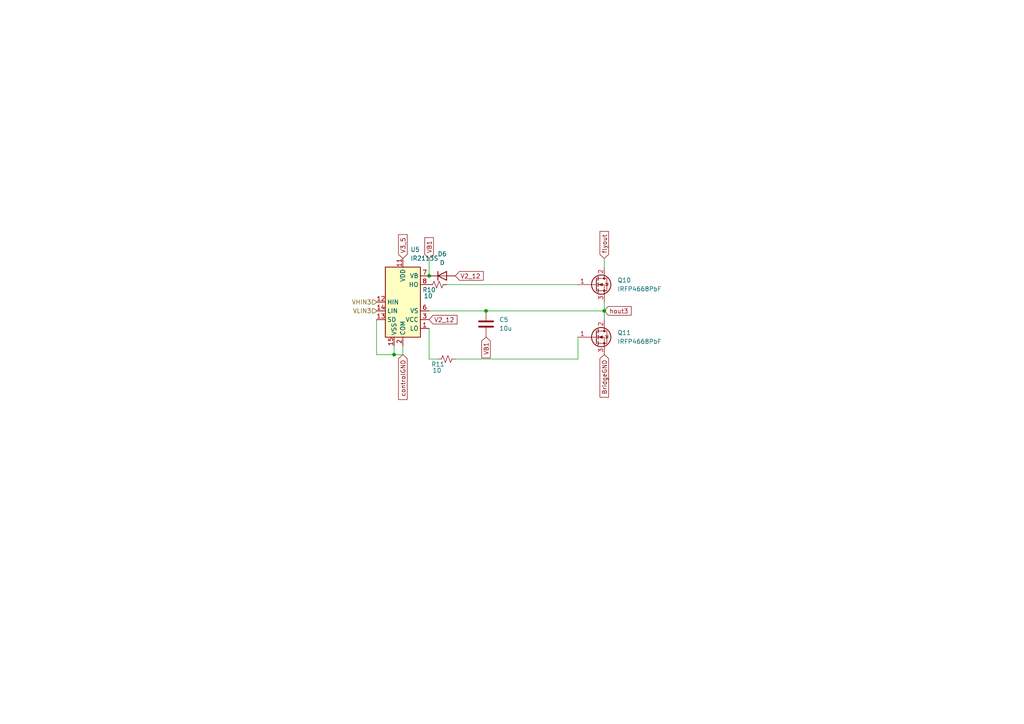
<source format=kicad_sch>
(kicad_sch
	(version 20231120)
	(generator "eeschema")
	(generator_version "8.0")
	(uuid "31f12878-9baa-4733-9a47-00a44b9d8b69")
	(paper "A4")
	(lib_symbols
		(symbol "Device:C"
			(pin_numbers hide)
			(pin_names
				(offset 0.254)
			)
			(exclude_from_sim no)
			(in_bom yes)
			(on_board yes)
			(property "Reference" "C"
				(at 0.635 2.54 0)
				(effects
					(font
						(size 1.27 1.27)
					)
					(justify left)
				)
			)
			(property "Value" "C"
				(at 0.635 -2.54 0)
				(effects
					(font
						(size 1.27 1.27)
					)
					(justify left)
				)
			)
			(property "Footprint" ""
				(at 0.9652 -3.81 0)
				(effects
					(font
						(size 1.27 1.27)
					)
					(hide yes)
				)
			)
			(property "Datasheet" "~"
				(at 0 0 0)
				(effects
					(font
						(size 1.27 1.27)
					)
					(hide yes)
				)
			)
			(property "Description" "Unpolarized capacitor"
				(at 0 0 0)
				(effects
					(font
						(size 1.27 1.27)
					)
					(hide yes)
				)
			)
			(property "ki_keywords" "cap capacitor"
				(at 0 0 0)
				(effects
					(font
						(size 1.27 1.27)
					)
					(hide yes)
				)
			)
			(property "ki_fp_filters" "C_*"
				(at 0 0 0)
				(effects
					(font
						(size 1.27 1.27)
					)
					(hide yes)
				)
			)
			(symbol "C_0_1"
				(polyline
					(pts
						(xy -2.032 -0.762) (xy 2.032 -0.762)
					)
					(stroke
						(width 0.508)
						(type default)
					)
					(fill
						(type none)
					)
				)
				(polyline
					(pts
						(xy -2.032 0.762) (xy 2.032 0.762)
					)
					(stroke
						(width 0.508)
						(type default)
					)
					(fill
						(type none)
					)
				)
			)
			(symbol "C_1_1"
				(pin passive line
					(at 0 3.81 270)
					(length 2.794)
					(name "~"
						(effects
							(font
								(size 1.27 1.27)
							)
						)
					)
					(number "1"
						(effects
							(font
								(size 1.27 1.27)
							)
						)
					)
				)
				(pin passive line
					(at 0 -3.81 90)
					(length 2.794)
					(name "~"
						(effects
							(font
								(size 1.27 1.27)
							)
						)
					)
					(number "2"
						(effects
							(font
								(size 1.27 1.27)
							)
						)
					)
				)
			)
		)
		(symbol "Device:D"
			(pin_numbers hide)
			(pin_names
				(offset 1.016) hide)
			(exclude_from_sim no)
			(in_bom yes)
			(on_board yes)
			(property "Reference" "D"
				(at 0 2.54 0)
				(effects
					(font
						(size 1.27 1.27)
					)
				)
			)
			(property "Value" "D"
				(at 0 -2.54 0)
				(effects
					(font
						(size 1.27 1.27)
					)
				)
			)
			(property "Footprint" ""
				(at 0 0 0)
				(effects
					(font
						(size 1.27 1.27)
					)
					(hide yes)
				)
			)
			(property "Datasheet" "~"
				(at 0 0 0)
				(effects
					(font
						(size 1.27 1.27)
					)
					(hide yes)
				)
			)
			(property "Description" "Diode"
				(at 0 0 0)
				(effects
					(font
						(size 1.27 1.27)
					)
					(hide yes)
				)
			)
			(property "Sim.Device" "D"
				(at 0 0 0)
				(effects
					(font
						(size 1.27 1.27)
					)
					(hide yes)
				)
			)
			(property "Sim.Pins" "1=K 2=A"
				(at 0 0 0)
				(effects
					(font
						(size 1.27 1.27)
					)
					(hide yes)
				)
			)
			(property "ki_keywords" "diode"
				(at 0 0 0)
				(effects
					(font
						(size 1.27 1.27)
					)
					(hide yes)
				)
			)
			(property "ki_fp_filters" "TO-???* *_Diode_* *SingleDiode* D_*"
				(at 0 0 0)
				(effects
					(font
						(size 1.27 1.27)
					)
					(hide yes)
				)
			)
			(symbol "D_0_1"
				(polyline
					(pts
						(xy -1.27 1.27) (xy -1.27 -1.27)
					)
					(stroke
						(width 0.254)
						(type default)
					)
					(fill
						(type none)
					)
				)
				(polyline
					(pts
						(xy 1.27 0) (xy -1.27 0)
					)
					(stroke
						(width 0)
						(type default)
					)
					(fill
						(type none)
					)
				)
				(polyline
					(pts
						(xy 1.27 1.27) (xy 1.27 -1.27) (xy -1.27 0) (xy 1.27 1.27)
					)
					(stroke
						(width 0.254)
						(type default)
					)
					(fill
						(type none)
					)
				)
			)
			(symbol "D_1_1"
				(pin passive line
					(at -3.81 0 0)
					(length 2.54)
					(name "K"
						(effects
							(font
								(size 1.27 1.27)
							)
						)
					)
					(number "1"
						(effects
							(font
								(size 1.27 1.27)
							)
						)
					)
				)
				(pin passive line
					(at 3.81 0 180)
					(length 2.54)
					(name "A"
						(effects
							(font
								(size 1.27 1.27)
							)
						)
					)
					(number "2"
						(effects
							(font
								(size 1.27 1.27)
							)
						)
					)
				)
			)
		)
		(symbol "Device:R_Small_US"
			(pin_numbers hide)
			(pin_names
				(offset 0.254) hide)
			(exclude_from_sim no)
			(in_bom yes)
			(on_board yes)
			(property "Reference" "R"
				(at 0.762 0.508 0)
				(effects
					(font
						(size 1.27 1.27)
					)
					(justify left)
				)
			)
			(property "Value" "R_Small_US"
				(at 0.762 -1.016 0)
				(effects
					(font
						(size 1.27 1.27)
					)
					(justify left)
				)
			)
			(property "Footprint" ""
				(at 0 0 0)
				(effects
					(font
						(size 1.27 1.27)
					)
					(hide yes)
				)
			)
			(property "Datasheet" "~"
				(at 0 0 0)
				(effects
					(font
						(size 1.27 1.27)
					)
					(hide yes)
				)
			)
			(property "Description" "Resistor, small US symbol"
				(at 0 0 0)
				(effects
					(font
						(size 1.27 1.27)
					)
					(hide yes)
				)
			)
			(property "ki_keywords" "r resistor"
				(at 0 0 0)
				(effects
					(font
						(size 1.27 1.27)
					)
					(hide yes)
				)
			)
			(property "ki_fp_filters" "R_*"
				(at 0 0 0)
				(effects
					(font
						(size 1.27 1.27)
					)
					(hide yes)
				)
			)
			(symbol "R_Small_US_1_1"
				(polyline
					(pts
						(xy 0 0) (xy 1.016 -0.381) (xy 0 -0.762) (xy -1.016 -1.143) (xy 0 -1.524)
					)
					(stroke
						(width 0)
						(type default)
					)
					(fill
						(type none)
					)
				)
				(polyline
					(pts
						(xy 0 1.524) (xy 1.016 1.143) (xy 0 0.762) (xy -1.016 0.381) (xy 0 0)
					)
					(stroke
						(width 0)
						(type default)
					)
					(fill
						(type none)
					)
				)
				(pin passive line
					(at 0 2.54 270)
					(length 1.016)
					(name "~"
						(effects
							(font
								(size 1.27 1.27)
							)
						)
					)
					(number "1"
						(effects
							(font
								(size 1.27 1.27)
							)
						)
					)
				)
				(pin passive line
					(at 0 -2.54 90)
					(length 1.016)
					(name "~"
						(effects
							(font
								(size 1.27 1.27)
							)
						)
					)
					(number "2"
						(effects
							(font
								(size 1.27 1.27)
							)
						)
					)
				)
			)
		)
		(symbol "Driver_FET:IR2113S"
			(exclude_from_sim no)
			(in_bom yes)
			(on_board yes)
			(property "Reference" "U"
				(at 1.27 13.335 0)
				(effects
					(font
						(size 1.27 1.27)
					)
					(justify left)
				)
			)
			(property "Value" "IR2113S"
				(at 1.27 11.43 0)
				(effects
					(font
						(size 1.27 1.27)
					)
					(justify left)
				)
			)
			(property "Footprint" "Package_SO:SOIC-16W_7.5x10.3mm_P1.27mm"
				(at 0 0 0)
				(effects
					(font
						(size 1.27 1.27)
						(italic yes)
					)
					(hide yes)
				)
			)
			(property "Datasheet" "https://www.infineon.com/dgdl/ir2110.pdf?fileId=5546d462533600a4015355c80333167e"
				(at 0 0 0)
				(effects
					(font
						(size 1.27 1.27)
					)
					(hide yes)
				)
			)
			(property "Description" "High and Low Side Driver, 500V, 2.0/2.0A, SOIC-16W"
				(at 0 0 0)
				(effects
					(font
						(size 1.27 1.27)
					)
					(hide yes)
				)
			)
			(property "ki_keywords" "Gate Driver"
				(at 0 0 0)
				(effects
					(font
						(size 1.27 1.27)
					)
					(hide yes)
				)
			)
			(property "ki_fp_filters" "SOIC*7.5x10.3mm*P1.27mm*"
				(at 0 0 0)
				(effects
					(font
						(size 1.27 1.27)
					)
					(hide yes)
				)
			)
			(symbol "IR2113S_0_1"
				(rectangle
					(start -5.08 -10.16)
					(end 5.08 10.16)
					(stroke
						(width 0.254)
						(type default)
					)
					(fill
						(type background)
					)
				)
			)
			(symbol "IR2113S_1_1"
				(pin output line
					(at 7.62 -7.62 180)
					(length 2.54)
					(name "LO"
						(effects
							(font
								(size 1.27 1.27)
							)
						)
					)
					(number "1"
						(effects
							(font
								(size 1.27 1.27)
							)
						)
					)
				)
				(pin no_connect line
					(at 5.08 2.54 180)
					(length 2.54) hide
					(name "NC"
						(effects
							(font
								(size 1.27 1.27)
							)
						)
					)
					(number "10"
						(effects
							(font
								(size 1.27 1.27)
							)
						)
					)
				)
				(pin power_in line
					(at 0 12.7 270)
					(length 2.54)
					(name "VDD"
						(effects
							(font
								(size 1.27 1.27)
							)
						)
					)
					(number "11"
						(effects
							(font
								(size 1.27 1.27)
							)
						)
					)
				)
				(pin input line
					(at -7.62 0 0)
					(length 2.54)
					(name "HIN"
						(effects
							(font
								(size 1.27 1.27)
							)
						)
					)
					(number "12"
						(effects
							(font
								(size 1.27 1.27)
							)
						)
					)
				)
				(pin input line
					(at -7.62 -5.08 0)
					(length 2.54)
					(name "SD"
						(effects
							(font
								(size 1.27 1.27)
							)
						)
					)
					(number "13"
						(effects
							(font
								(size 1.27 1.27)
							)
						)
					)
				)
				(pin input line
					(at -7.62 -2.54 0)
					(length 2.54)
					(name "LIN"
						(effects
							(font
								(size 1.27 1.27)
							)
						)
					)
					(number "14"
						(effects
							(font
								(size 1.27 1.27)
							)
						)
					)
				)
				(pin power_in line
					(at -2.54 -12.7 90)
					(length 2.54)
					(name "VSS"
						(effects
							(font
								(size 1.27 1.27)
							)
						)
					)
					(number "15"
						(effects
							(font
								(size 1.27 1.27)
							)
						)
					)
				)
				(pin no_connect line
					(at 5.08 0 180)
					(length 2.54) hide
					(name "NC"
						(effects
							(font
								(size 1.27 1.27)
							)
						)
					)
					(number "16"
						(effects
							(font
								(size 1.27 1.27)
							)
						)
					)
				)
				(pin power_in line
					(at 0 -12.7 90)
					(length 2.54)
					(name "COM"
						(effects
							(font
								(size 1.27 1.27)
							)
						)
					)
					(number "2"
						(effects
							(font
								(size 1.27 1.27)
							)
						)
					)
				)
				(pin power_in line
					(at 7.62 -5.08 180)
					(length 2.54)
					(name "VCC"
						(effects
							(font
								(size 1.27 1.27)
							)
						)
					)
					(number "3"
						(effects
							(font
								(size 1.27 1.27)
							)
						)
					)
				)
				(pin no_connect line
					(at -5.08 7.62 0)
					(length 2.54) hide
					(name "NC"
						(effects
							(font
								(size 1.27 1.27)
							)
						)
					)
					(number "4"
						(effects
							(font
								(size 1.27 1.27)
							)
						)
					)
				)
				(pin no_connect line
					(at -5.08 5.08 0)
					(length 2.54) hide
					(name "NC"
						(effects
							(font
								(size 1.27 1.27)
							)
						)
					)
					(number "5"
						(effects
							(font
								(size 1.27 1.27)
							)
						)
					)
				)
				(pin passive line
					(at 7.62 -2.54 180)
					(length 2.54)
					(name "VS"
						(effects
							(font
								(size 1.27 1.27)
							)
						)
					)
					(number "6"
						(effects
							(font
								(size 1.27 1.27)
							)
						)
					)
				)
				(pin passive line
					(at 7.62 7.62 180)
					(length 2.54)
					(name "VB"
						(effects
							(font
								(size 1.27 1.27)
							)
						)
					)
					(number "7"
						(effects
							(font
								(size 1.27 1.27)
							)
						)
					)
				)
				(pin output line
					(at 7.62 5.08 180)
					(length 2.54)
					(name "HO"
						(effects
							(font
								(size 1.27 1.27)
							)
						)
					)
					(number "8"
						(effects
							(font
								(size 1.27 1.27)
							)
						)
					)
				)
				(pin no_connect line
					(at -5.08 2.54 0)
					(length 2.54) hide
					(name "NC"
						(effects
							(font
								(size 1.27 1.27)
							)
						)
					)
					(number "9"
						(effects
							(font
								(size 1.27 1.27)
							)
						)
					)
				)
			)
		)
		(symbol "Transistor_FET:IRFP4668PbF"
			(pin_names hide)
			(exclude_from_sim no)
			(in_bom yes)
			(on_board yes)
			(property "Reference" "Q"
				(at 5.08 1.905 0)
				(effects
					(font
						(size 1.27 1.27)
					)
					(justify left)
				)
			)
			(property "Value" "IRFP4668PbF"
				(at 5.08 0 0)
				(effects
					(font
						(size 1.27 1.27)
					)
					(justify left)
				)
			)
			(property "Footprint" "Package_TO_SOT_THT:TO-247-3_Vertical"
				(at 5.08 -1.905 0)
				(effects
					(font
						(size 1.27 1.27)
						(italic yes)
					)
					(justify left)
					(hide yes)
				)
			)
			(property "Datasheet" "https://www.infineon.com/dgdl/irfp4668pbf.pdf?fileId=5546d462533600a40153562c8528201d"
				(at 5.08 -3.81 0)
				(effects
					(font
						(size 1.27 1.27)
					)
					(justify left)
					(hide yes)
				)
			)
			(property "Description" "130A Id, 200V Vds, N-Channel Power MOSFET, TO-247"
				(at 0 0 0)
				(effects
					(font
						(size 1.27 1.27)
					)
					(hide yes)
				)
			)
			(property "ki_keywords" "N-Channel Power MOSFET"
				(at 0 0 0)
				(effects
					(font
						(size 1.27 1.27)
					)
					(hide yes)
				)
			)
			(property "ki_fp_filters" "TO?247*"
				(at 0 0 0)
				(effects
					(font
						(size 1.27 1.27)
					)
					(hide yes)
				)
			)
			(symbol "IRFP4668PbF_0_1"
				(polyline
					(pts
						(xy 0.254 0) (xy -2.54 0)
					)
					(stroke
						(width 0)
						(type default)
					)
					(fill
						(type none)
					)
				)
				(polyline
					(pts
						(xy 0.254 1.905) (xy 0.254 -1.905)
					)
					(stroke
						(width 0.254)
						(type default)
					)
					(fill
						(type none)
					)
				)
				(polyline
					(pts
						(xy 0.762 -1.27) (xy 0.762 -2.286)
					)
					(stroke
						(width 0.254)
						(type default)
					)
					(fill
						(type none)
					)
				)
				(polyline
					(pts
						(xy 0.762 0.508) (xy 0.762 -0.508)
					)
					(stroke
						(width 0.254)
						(type default)
					)
					(fill
						(type none)
					)
				)
				(polyline
					(pts
						(xy 0.762 2.286) (xy 0.762 1.27)
					)
					(stroke
						(width 0.254)
						(type default)
					)
					(fill
						(type none)
					)
				)
				(polyline
					(pts
						(xy 2.54 2.54) (xy 2.54 1.778)
					)
					(stroke
						(width 0)
						(type default)
					)
					(fill
						(type none)
					)
				)
				(polyline
					(pts
						(xy 2.54 -2.54) (xy 2.54 0) (xy 0.762 0)
					)
					(stroke
						(width 0)
						(type default)
					)
					(fill
						(type none)
					)
				)
				(polyline
					(pts
						(xy 0.762 -1.778) (xy 3.302 -1.778) (xy 3.302 1.778) (xy 0.762 1.778)
					)
					(stroke
						(width 0)
						(type default)
					)
					(fill
						(type none)
					)
				)
				(polyline
					(pts
						(xy 1.016 0) (xy 2.032 0.381) (xy 2.032 -0.381) (xy 1.016 0)
					)
					(stroke
						(width 0)
						(type default)
					)
					(fill
						(type outline)
					)
				)
				(polyline
					(pts
						(xy 2.794 0.508) (xy 2.921 0.381) (xy 3.683 0.381) (xy 3.81 0.254)
					)
					(stroke
						(width 0)
						(type default)
					)
					(fill
						(type none)
					)
				)
				(polyline
					(pts
						(xy 3.302 0.381) (xy 2.921 -0.254) (xy 3.683 -0.254) (xy 3.302 0.381)
					)
					(stroke
						(width 0)
						(type default)
					)
					(fill
						(type none)
					)
				)
				(circle
					(center 1.651 0)
					(radius 2.794)
					(stroke
						(width 0.254)
						(type default)
					)
					(fill
						(type none)
					)
				)
				(circle
					(center 2.54 -1.778)
					(radius 0.254)
					(stroke
						(width 0)
						(type default)
					)
					(fill
						(type outline)
					)
				)
				(circle
					(center 2.54 1.778)
					(radius 0.254)
					(stroke
						(width 0)
						(type default)
					)
					(fill
						(type outline)
					)
				)
			)
			(symbol "IRFP4668PbF_1_1"
				(pin input line
					(at -5.08 0 0)
					(length 2.54)
					(name "G"
						(effects
							(font
								(size 1.27 1.27)
							)
						)
					)
					(number "1"
						(effects
							(font
								(size 1.27 1.27)
							)
						)
					)
				)
				(pin passive line
					(at 2.54 5.08 270)
					(length 2.54)
					(name "D"
						(effects
							(font
								(size 1.27 1.27)
							)
						)
					)
					(number "2"
						(effects
							(font
								(size 1.27 1.27)
							)
						)
					)
				)
				(pin passive line
					(at 2.54 -5.08 90)
					(length 2.54)
					(name "S"
						(effects
							(font
								(size 1.27 1.27)
							)
						)
					)
					(number "3"
						(effects
							(font
								(size 1.27 1.27)
							)
						)
					)
				)
			)
		)
	)
	(junction
		(at 175.26 90.17)
		(diameter 0)
		(color 0 0 0 0)
		(uuid "0ef7be2e-1ed4-4b38-ac4d-56819edb0115")
	)
	(junction
		(at 140.97 90.17)
		(diameter 0)
		(color 0 0 0 0)
		(uuid "31f83d1f-23c0-46a8-ac1d-6d7aa278d511")
	)
	(junction
		(at 124.46 80.01)
		(diameter 0)
		(color 0 0 0 0)
		(uuid "4091bddd-43ae-45a2-aee8-9ce647f960c7")
	)
	(junction
		(at 114.3 102.87)
		(diameter 0)
		(color 0 0 0 0)
		(uuid "d0b7e112-b8bd-4fef-b12c-24193ae636d2")
	)
	(wire
		(pts
			(xy 167.64 104.14) (xy 167.64 97.79)
		)
		(stroke
			(width 0)
			(type default)
		)
		(uuid "13bfcbc7-fdcd-4b8d-a566-ba006b341d19")
	)
	(wire
		(pts
			(xy 175.26 87.63) (xy 175.26 90.17)
		)
		(stroke
			(width 0)
			(type default)
		)
		(uuid "4ddb37c4-447d-4502-bd4a-d5363f825b65")
	)
	(wire
		(pts
			(xy 140.97 90.17) (xy 175.26 90.17)
		)
		(stroke
			(width 0)
			(type default)
		)
		(uuid "573ebdd1-58b8-4baf-835a-4f7b7d42b981")
	)
	(wire
		(pts
			(xy 124.46 95.25) (xy 124.46 104.14)
		)
		(stroke
			(width 0)
			(type default)
		)
		(uuid "785eb7bd-33f9-4bac-bb50-496b4f3dbbbb")
	)
	(wire
		(pts
			(xy 109.22 92.71) (xy 109.22 102.87)
		)
		(stroke
			(width 0)
			(type default)
		)
		(uuid "8197a78e-efc8-469a-8f28-eb79657ec515")
	)
	(wire
		(pts
			(xy 116.84 102.87) (xy 116.84 100.33)
		)
		(stroke
			(width 0)
			(type default)
		)
		(uuid "8488a33e-d7c0-445e-abab-7a991dda0877")
	)
	(wire
		(pts
			(xy 124.46 104.14) (xy 127 104.14)
		)
		(stroke
			(width 0)
			(type default)
		)
		(uuid "94ae486c-1694-4f77-b9eb-6b8c8e077be7")
	)
	(wire
		(pts
			(xy 132.08 104.14) (xy 167.64 104.14)
		)
		(stroke
			(width 0)
			(type default)
		)
		(uuid "a36c9bc9-873a-459d-9889-bbe492499bfc")
	)
	(wire
		(pts
			(xy 175.26 74.93) (xy 175.26 77.47)
		)
		(stroke
			(width 0)
			(type default)
		)
		(uuid "a4677231-35f3-4a56-9c67-2fbe2da034f2")
	)
	(wire
		(pts
			(xy 124.46 90.17) (xy 140.97 90.17)
		)
		(stroke
			(width 0)
			(type default)
		)
		(uuid "b5ebd12e-7e82-4d19-bf22-4ccbd44926fb")
	)
	(wire
		(pts
			(xy 124.46 74.93) (xy 124.46 80.01)
		)
		(stroke
			(width 0)
			(type default)
		)
		(uuid "c16552b3-4fac-4137-80e6-33afe2f1bf77")
	)
	(wire
		(pts
			(xy 109.22 102.87) (xy 114.3 102.87)
		)
		(stroke
			(width 0)
			(type default)
		)
		(uuid "caff4d72-d9b3-485b-abed-df18aa7df9d8")
	)
	(wire
		(pts
			(xy 175.26 90.17) (xy 175.26 92.71)
		)
		(stroke
			(width 0)
			(type default)
		)
		(uuid "d85ee250-8a39-41c8-a054-0e46647ad93a")
	)
	(wire
		(pts
			(xy 114.3 102.87) (xy 116.84 102.87)
		)
		(stroke
			(width 0)
			(type default)
		)
		(uuid "e92979a5-7556-4af6-8637-b46e9bb1384e")
	)
	(wire
		(pts
			(xy 114.3 100.33) (xy 114.3 102.87)
		)
		(stroke
			(width 0)
			(type default)
		)
		(uuid "ebf11a7a-f245-4907-b45f-d001448e446d")
	)
	(wire
		(pts
			(xy 129.54 82.55) (xy 167.64 82.55)
		)
		(stroke
			(width 0)
			(type default)
		)
		(uuid "f92b02b6-40e9-4970-932c-adf9aa5e9654")
	)
	(global_label "VB1"
		(shape input)
		(at 140.97 97.79 270)
		(fields_autoplaced yes)
		(effects
			(font
				(size 1.27 1.27)
			)
			(justify right)
		)
		(uuid "19b01d00-e9a4-477a-9183-6f048c5a3c3b")
		(property "Intersheetrefs" "${INTERSHEET_REFS}"
			(at 140.97 104.3433 90)
			(effects
				(font
					(size 1.27 1.27)
				)
				(justify right)
				(hide yes)
			)
		)
	)
	(global_label "V2_12"
		(shape input)
		(at 124.46 92.71 0)
		(fields_autoplaced yes)
		(effects
			(font
				(size 1.27 1.27)
			)
			(justify left)
		)
		(uuid "544f814f-403a-4696-af71-8c697c597ed3")
		(property "Intersheetrefs" "${INTERSHEET_REFS}"
			(at 133.1299 92.71 0)
			(effects
				(font
					(size 1.27 1.27)
				)
				(justify left)
				(hide yes)
			)
		)
	)
	(global_label "flyout"
		(shape input)
		(at 175.26 74.93 90)
		(fields_autoplaced yes)
		(effects
			(font
				(size 1.27 1.27)
			)
			(justify left)
		)
		(uuid "5e4801c0-1d53-4718-b580-a4d7c1d26a26")
		(property "Intersheetrefs" "${INTERSHEET_REFS}"
			(at 175.26 66.5626 90)
			(effects
				(font
					(size 1.27 1.27)
				)
				(justify left)
				(hide yes)
			)
		)
	)
	(global_label "V2_12"
		(shape input)
		(at 132.08 80.01 0)
		(fields_autoplaced yes)
		(effects
			(font
				(size 1.27 1.27)
			)
			(justify left)
		)
		(uuid "639a38a1-7da2-4185-ad99-3b2b5cf111be")
		(property "Intersheetrefs" "${INTERSHEET_REFS}"
			(at 140.7499 80.01 0)
			(effects
				(font
					(size 1.27 1.27)
				)
				(justify left)
				(hide yes)
			)
		)
	)
	(global_label "BridgeGND"
		(shape input)
		(at 175.26 102.87 270)
		(fields_autoplaced yes)
		(effects
			(font
				(size 1.27 1.27)
			)
			(justify right)
		)
		(uuid "68a15e6e-a2d0-4175-8837-9a5e9e5d8114")
		(property "Intersheetrefs" "${INTERSHEET_REFS}"
			(at 175.26 115.7733 90)
			(effects
				(font
					(size 1.27 1.27)
				)
				(justify right)
				(hide yes)
			)
		)
	)
	(global_label "V3_5"
		(shape input)
		(at 116.84 74.93 90)
		(fields_autoplaced yes)
		(effects
			(font
				(size 1.27 1.27)
			)
			(justify left)
		)
		(uuid "8ebb5ea0-90fd-4a8a-9116-ddfa1095aee3")
		(property "Intersheetrefs" "${INTERSHEET_REFS}"
			(at 116.84 67.4696 90)
			(effects
				(font
					(size 1.27 1.27)
				)
				(justify left)
				(hide yes)
			)
		)
	)
	(global_label "VB1"
		(shape input)
		(at 124.46 74.93 90)
		(fields_autoplaced yes)
		(effects
			(font
				(size 1.27 1.27)
			)
			(justify left)
		)
		(uuid "964b4eb4-0882-4e4a-a908-56b8fcc87f65")
		(property "Intersheetrefs" "${INTERSHEET_REFS}"
			(at 124.46 68.3767 90)
			(effects
				(font
					(size 1.27 1.27)
				)
				(justify left)
				(hide yes)
			)
		)
	)
	(global_label "hout3"
		(shape input)
		(at 175.26 90.17 0)
		(fields_autoplaced yes)
		(effects
			(font
				(size 1.27 1.27)
			)
			(justify left)
		)
		(uuid "c3777208-2ca0-49ba-9bd7-eec87c02c86b")
		(property "Intersheetrefs" "${INTERSHEET_REFS}"
			(at 183.6274 90.17 0)
			(effects
				(font
					(size 1.27 1.27)
				)
				(justify left)
				(hide yes)
			)
		)
	)
	(global_label "controlGND"
		(shape input)
		(at 116.84 102.87 270)
		(fields_autoplaced yes)
		(effects
			(font
				(size 1.27 1.27)
			)
			(justify right)
		)
		(uuid "d74053e1-88f1-4fe3-bbfe-90cfb1481a03")
		(property "Intersheetrefs" "${INTERSHEET_REFS}"
			(at 116.84 116.4384 90)
			(effects
				(font
					(size 1.27 1.27)
				)
				(justify right)
				(hide yes)
			)
		)
	)
	(hierarchical_label "VHIN3"
		(shape input)
		(at 109.22 87.63 180)
		(fields_autoplaced yes)
		(effects
			(font
				(size 1.27 1.27)
			)
			(justify right)
		)
		(uuid "6820b6b9-10d3-4705-8ce6-a2a48443a9ce")
	)
	(hierarchical_label "VLIN3"
		(shape input)
		(at 109.22 90.17 180)
		(fields_autoplaced yes)
		(effects
			(font
				(size 1.27 1.27)
			)
			(justify right)
		)
		(uuid "b7161a2e-2806-40e5-a381-ac8e47e1f95e")
	)
	(symbol
		(lib_id "Device:R_Small_US")
		(at 127 82.55 90)
		(unit 1)
		(exclude_from_sim no)
		(in_bom yes)
		(on_board yes)
		(dnp no)
		(uuid "272fa2c7-5cca-4349-8ecc-63bc46abf229")
		(property "Reference" "R10"
			(at 124.46 84.074 90)
			(effects
				(font
					(size 1.27 1.27)
				)
			)
		)
		(property "Value" "10"
			(at 124.206 85.852 90)
			(effects
				(font
					(size 1.27 1.27)
				)
			)
		)
		(property "Footprint" "Resistor_SMD:R_01005_0402Metric"
			(at 127 82.55 0)
			(effects
				(font
					(size 1.27 1.27)
				)
				(hide yes)
			)
		)
		(property "Datasheet" "~"
			(at 127 82.55 0)
			(effects
				(font
					(size 1.27 1.27)
				)
				(hide yes)
			)
		)
		(property "Description" "Resistor, small US symbol"
			(at 127 82.55 0)
			(effects
				(font
					(size 1.27 1.27)
				)
				(hide yes)
			)
		)
		(pin "2"
			(uuid "b494e857-132f-4970-be2e-8241a8c41396")
		)
		(pin "1"
			(uuid "7f08c05d-1e31-4d56-9f5b-cb689edaa0f2")
		)
		(instances
			(project "simulatedpcb"
				(path "/edf94242-0cdc-4580-8fae-fd56a0fef1a3/186abe19-5de7-4a02-ac91-95a173256413/8ef36b6b-e9d2-4f78-8ff0-baf1846c03a2"
					(reference "R10")
					(unit 1)
				)
			)
		)
	)
	(symbol
		(lib_id "Transistor_FET:IRFP4668PbF")
		(at 172.72 97.79 0)
		(unit 1)
		(exclude_from_sim no)
		(in_bom yes)
		(on_board yes)
		(dnp no)
		(fields_autoplaced yes)
		(uuid "59e9cad1-ac02-4b35-a48e-1319845eb297")
		(property "Reference" "Q11"
			(at 179.07 96.5199 0)
			(effects
				(font
					(size 1.27 1.27)
				)
				(justify left)
			)
		)
		(property "Value" "IRFP4668PbF"
			(at 179.07 99.0599 0)
			(effects
				(font
					(size 1.27 1.27)
				)
				(justify left)
			)
		)
		(property "Footprint" "Package_TO_SOT_SMD:SC-59_Handsoldering"
			(at 177.8 99.695 0)
			(effects
				(font
					(size 1.27 1.27)
					(italic yes)
				)
				(justify left)
				(hide yes)
			)
		)
		(property "Datasheet" "https://www.infineon.com/dgdl/irfp4668pbf.pdf?fileId=5546d462533600a40153562c8528201d"
			(at 177.8 101.6 0)
			(effects
				(font
					(size 1.27 1.27)
				)
				(justify left)
				(hide yes)
			)
		)
		(property "Description" "130A Id, 200V Vds, N-Channel Power MOSFET, TO-247"
			(at 172.72 97.79 0)
			(effects
				(font
					(size 1.27 1.27)
				)
				(hide yes)
			)
		)
		(pin "1"
			(uuid "b157ed2c-6e18-4bf8-9c87-9cdce4ed6999")
		)
		(pin "2"
			(uuid "2d08d412-8a6e-4d02-916f-281f8cef9f8b")
		)
		(pin "3"
			(uuid "99aafc42-d2cc-4453-a8f4-a818572899e3")
		)
		(instances
			(project "simulatedpcb"
				(path "/edf94242-0cdc-4580-8fae-fd56a0fef1a3/186abe19-5de7-4a02-ac91-95a173256413/8ef36b6b-e9d2-4f78-8ff0-baf1846c03a2"
					(reference "Q11")
					(unit 1)
				)
			)
		)
	)
	(symbol
		(lib_id "Device:C")
		(at 140.97 93.98 0)
		(unit 1)
		(exclude_from_sim no)
		(in_bom yes)
		(on_board yes)
		(dnp no)
		(fields_autoplaced yes)
		(uuid "6c42f138-45a0-445d-b55e-20878a934a5d")
		(property "Reference" "C5"
			(at 144.78 92.7099 0)
			(effects
				(font
					(size 1.27 1.27)
				)
				(justify left)
			)
		)
		(property "Value" "10u"
			(at 144.78 95.2499 0)
			(effects
				(font
					(size 1.27 1.27)
				)
				(justify left)
			)
		)
		(property "Footprint" "Capacitor_SMD:C_01005_0402Metric"
			(at 141.9352 97.79 0)
			(effects
				(font
					(size 1.27 1.27)
				)
				(hide yes)
			)
		)
		(property "Datasheet" "~"
			(at 140.97 93.98 0)
			(effects
				(font
					(size 1.27 1.27)
				)
				(hide yes)
			)
		)
		(property "Description" "Unpolarized capacitor"
			(at 140.97 93.98 0)
			(effects
				(font
					(size 1.27 1.27)
				)
				(hide yes)
			)
		)
		(pin "2"
			(uuid "9a9bf45e-75a0-404b-aa7f-8b4df773b81a")
		)
		(pin "1"
			(uuid "8868f379-5fbb-4830-b361-8282777093ea")
		)
		(instances
			(project "simulatedpcb"
				(path "/edf94242-0cdc-4580-8fae-fd56a0fef1a3/186abe19-5de7-4a02-ac91-95a173256413/8ef36b6b-e9d2-4f78-8ff0-baf1846c03a2"
					(reference "C5")
					(unit 1)
				)
			)
		)
	)
	(symbol
		(lib_id "Driver_FET:IR2113S")
		(at 116.84 87.63 0)
		(unit 1)
		(exclude_from_sim no)
		(in_bom yes)
		(on_board yes)
		(dnp no)
		(fields_autoplaced yes)
		(uuid "6c4bb0ea-93fc-43ce-9e61-95057bb28849")
		(property "Reference" "U5"
			(at 119.0341 72.39 0)
			(effects
				(font
					(size 1.27 1.27)
				)
				(justify left)
			)
		)
		(property "Value" "IR2113S"
			(at 119.0341 74.93 0)
			(effects
				(font
					(size 1.27 1.27)
				)
				(justify left)
			)
		)
		(property "Footprint" "Package_SO:SOIC-16W_7.5x10.3mm_P1.27mm"
			(at 116.84 87.63 0)
			(effects
				(font
					(size 1.27 1.27)
					(italic yes)
				)
				(hide yes)
			)
		)
		(property "Datasheet" "https://www.infineon.com/dgdl/ir2110.pdf?fileId=5546d462533600a4015355c80333167e"
			(at 116.84 87.63 0)
			(effects
				(font
					(size 1.27 1.27)
				)
				(hide yes)
			)
		)
		(property "Description" "High and Low Side Driver, 500V, 2.0/2.0A, SOIC-16W"
			(at 116.84 87.63 0)
			(effects
				(font
					(size 1.27 1.27)
				)
				(hide yes)
			)
		)
		(pin "1"
			(uuid "b84f95dc-88fb-41f7-a298-363ecd583f69")
		)
		(pin "6"
			(uuid "c5842a1b-5b8e-4b55-a6b3-fb21ee73a6b9")
		)
		(pin "15"
			(uuid "975b1cd0-f499-42be-9f3b-f9eb498d0b73")
		)
		(pin "8"
			(uuid "7a25b5cc-afcc-43bc-83da-c41de7c6fe0e")
		)
		(pin "9"
			(uuid "7a594e9f-6b12-4055-882c-ce7729d53bf7")
		)
		(pin "10"
			(uuid "c3a33765-8249-4bc7-bbeb-51c3433013e0")
		)
		(pin "7"
			(uuid "ba14cd49-3a51-4ed5-af1c-48ecff9df6fb")
		)
		(pin "3"
			(uuid "c6eafbd6-927a-4f30-b2bc-18522b918fef")
		)
		(pin "2"
			(uuid "801bcd05-e600-4693-a09e-f5a789a90ff5")
		)
		(pin "11"
			(uuid "6b35577e-9bb4-48d5-afd2-c80a408e0e6c")
		)
		(pin "14"
			(uuid "2486eb70-5092-46cd-ace2-37a074c5a38d")
		)
		(pin "4"
			(uuid "bb82ad32-5776-4cb2-82c1-6312d8eaf0cc")
		)
		(pin "5"
			(uuid "13015105-da24-467e-ad32-3e7e29de0b7e")
		)
		(pin "12"
			(uuid "8cdb27ec-5335-4a34-aa23-1f2a0813cf88")
		)
		(pin "13"
			(uuid "3852ad07-693c-4c4b-98ad-680c2fc0053b")
		)
		(pin "16"
			(uuid "430fb81e-231f-4b3d-987f-4678e663db49")
		)
		(instances
			(project "simulatedpcb"
				(path "/edf94242-0cdc-4580-8fae-fd56a0fef1a3/186abe19-5de7-4a02-ac91-95a173256413/8ef36b6b-e9d2-4f78-8ff0-baf1846c03a2"
					(reference "U5")
					(unit 1)
				)
			)
		)
	)
	(symbol
		(lib_id "Transistor_FET:IRFP4668PbF")
		(at 172.72 82.55 0)
		(unit 1)
		(exclude_from_sim no)
		(in_bom yes)
		(on_board yes)
		(dnp no)
		(fields_autoplaced yes)
		(uuid "707d1910-a8a6-4b6d-8965-b77b40708d9e")
		(property "Reference" "Q10"
			(at 179.07 81.2799 0)
			(effects
				(font
					(size 1.27 1.27)
				)
				(justify left)
			)
		)
		(property "Value" "IRFP4668PbF"
			(at 179.07 83.8199 0)
			(effects
				(font
					(size 1.27 1.27)
				)
				(justify left)
			)
		)
		(property "Footprint" "Package_TO_SOT_SMD:SC-59_Handsoldering"
			(at 177.8 84.455 0)
			(effects
				(font
					(size 1.27 1.27)
					(italic yes)
				)
				(justify left)
				(hide yes)
			)
		)
		(property "Datasheet" "https://www.infineon.com/dgdl/irfp4668pbf.pdf?fileId=5546d462533600a40153562c8528201d"
			(at 177.8 86.36 0)
			(effects
				(font
					(size 1.27 1.27)
				)
				(justify left)
				(hide yes)
			)
		)
		(property "Description" "130A Id, 200V Vds, N-Channel Power MOSFET, TO-247"
			(at 172.72 82.55 0)
			(effects
				(font
					(size 1.27 1.27)
				)
				(hide yes)
			)
		)
		(pin "1"
			(uuid "f06df72f-5f77-4b50-b262-bff032366873")
		)
		(pin "2"
			(uuid "1c531299-57a9-4f0a-8667-32155c3c972b")
		)
		(pin "3"
			(uuid "814ae8dd-a6d7-4452-a915-eea8db3f2f9a")
		)
		(instances
			(project "simulatedpcb"
				(path "/edf94242-0cdc-4580-8fae-fd56a0fef1a3/186abe19-5de7-4a02-ac91-95a173256413/8ef36b6b-e9d2-4f78-8ff0-baf1846c03a2"
					(reference "Q10")
					(unit 1)
				)
			)
		)
	)
	(symbol
		(lib_id "Device:D")
		(at 128.27 80.01 0)
		(unit 1)
		(exclude_from_sim no)
		(in_bom yes)
		(on_board yes)
		(dnp no)
		(fields_autoplaced yes)
		(uuid "aa3d9825-2c24-4e53-b2b4-06ebe95509bf")
		(property "Reference" "D6"
			(at 128.27 73.66 0)
			(effects
				(font
					(size 1.27 1.27)
				)
			)
		)
		(property "Value" "D"
			(at 128.27 76.2 0)
			(effects
				(font
					(size 1.27 1.27)
				)
			)
		)
		(property "Footprint" "Diode_SMD:D_1206_3216Metric_Pad1.42x1.75mm_HandSolder"
			(at 128.27 80.01 0)
			(effects
				(font
					(size 1.27 1.27)
				)
				(hide yes)
			)
		)
		(property "Datasheet" "~"
			(at 128.27 80.01 0)
			(effects
				(font
					(size 1.27 1.27)
				)
				(hide yes)
			)
		)
		(property "Description" "Diode"
			(at 128.27 80.01 0)
			(effects
				(font
					(size 1.27 1.27)
				)
				(hide yes)
			)
		)
		(property "Sim.Device" "D"
			(at 128.27 80.01 0)
			(effects
				(font
					(size 1.27 1.27)
				)
				(hide yes)
			)
		)
		(property "Sim.Pins" "1=K 2=A"
			(at 128.27 80.01 0)
			(effects
				(font
					(size 1.27 1.27)
				)
				(hide yes)
			)
		)
		(pin "1"
			(uuid "80dc9135-1b00-4ead-992c-891444379998")
		)
		(pin "2"
			(uuid "8223caf2-26bc-445b-a3c4-37b5acf39c36")
		)
		(instances
			(project "simulatedpcb"
				(path "/edf94242-0cdc-4580-8fae-fd56a0fef1a3/186abe19-5de7-4a02-ac91-95a173256413/8ef36b6b-e9d2-4f78-8ff0-baf1846c03a2"
					(reference "D6")
					(unit 1)
				)
			)
		)
	)
	(symbol
		(lib_id "Device:R_Small_US")
		(at 129.54 104.14 90)
		(unit 1)
		(exclude_from_sim no)
		(in_bom yes)
		(on_board yes)
		(dnp no)
		(uuid "c498018a-23ce-41a8-b039-af28ff14f3a5")
		(property "Reference" "R11"
			(at 127 105.664 90)
			(effects
				(font
					(size 1.27 1.27)
				)
			)
		)
		(property "Value" "10"
			(at 126.746 107.442 90)
			(effects
				(font
					(size 1.27 1.27)
				)
			)
		)
		(property "Footprint" "Resistor_SMD:R_01005_0402Metric"
			(at 129.54 104.14 0)
			(effects
				(font
					(size 1.27 1.27)
				)
				(hide yes)
			)
		)
		(property "Datasheet" "~"
			(at 129.54 104.14 0)
			(effects
				(font
					(size 1.27 1.27)
				)
				(hide yes)
			)
		)
		(property "Description" "Resistor, small US symbol"
			(at 129.54 104.14 0)
			(effects
				(font
					(size 1.27 1.27)
				)
				(hide yes)
			)
		)
		(pin "2"
			(uuid "3aa0c213-ff8c-4ee6-8aa8-5f17629424e4")
		)
		(pin "1"
			(uuid "85333e4c-d40d-446f-b33c-d3c39c6a50f9")
		)
		(instances
			(project "simulatedpcb"
				(path "/edf94242-0cdc-4580-8fae-fd56a0fef1a3/186abe19-5de7-4a02-ac91-95a173256413/8ef36b6b-e9d2-4f78-8ff0-baf1846c03a2"
					(reference "R11")
					(unit 1)
				)
			)
		)
	)
)

</source>
